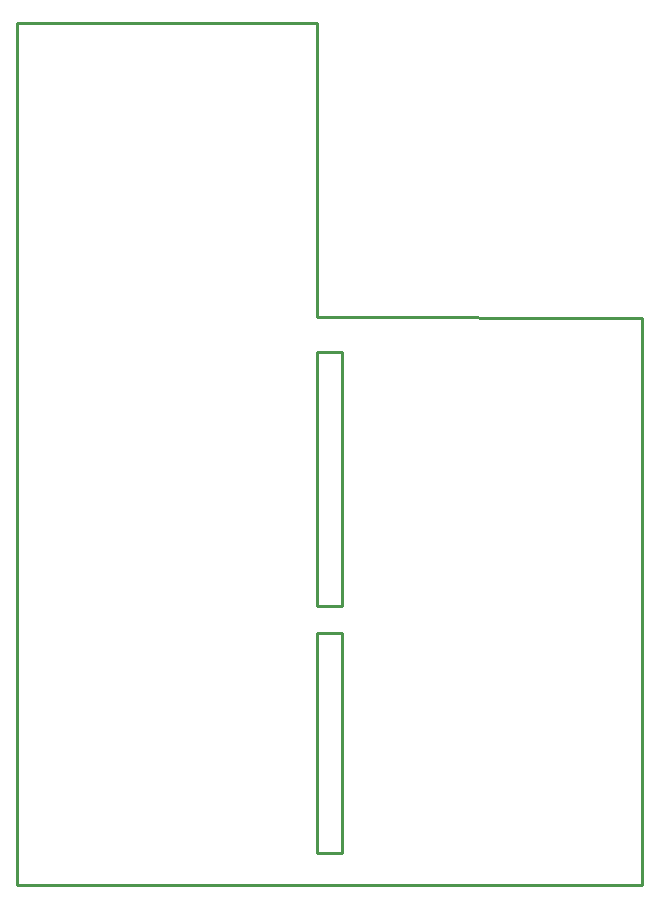
<source format=gbr>
%TF.GenerationSoftware,KiCad,Pcbnew,9.0.0*%
%TF.CreationDate,2025-04-12T10:41:42+08:00*%
%TF.ProjectId,ESP32-EVB_Rev_K1,45535033-322d-4455-9642-5f5265765f4b,K1*%
%TF.SameCoordinates,PXc1d4028PY6c847bc*%
%TF.FileFunction,Profile,NP*%
%FSLAX46Y46*%
G04 Gerber Fmt 4.6, Leading zero omitted, Abs format (unit mm)*
G04 Created by KiCad (PCBNEW 9.0.0) date 2025-04-12 10:41:42*
%MOMM*%
%LPD*%
G01*
G04 APERTURE LIST*
%TA.AperFunction,Profile*%
%ADD10C,0.254000*%
%TD*%
G04 APERTURE END LIST*
D10*
X25376949Y45143669D02*
X27514461Y45143669D01*
X27514461Y23621083D01*
X25376949Y23621083D01*
X25376949Y45143669D01*
X25376949Y21352082D02*
X27514461Y21352082D01*
X27514461Y2686232D01*
X25376949Y2686232D01*
X25376949Y21352082D01*
X25376301Y48059226D02*
X52914461Y48046662D01*
X52912328Y13409D01*
X-23051Y16135D01*
X-23051Y73011345D01*
X25376949Y73014485D01*
X25376301Y48059226D01*
M02*

</source>
